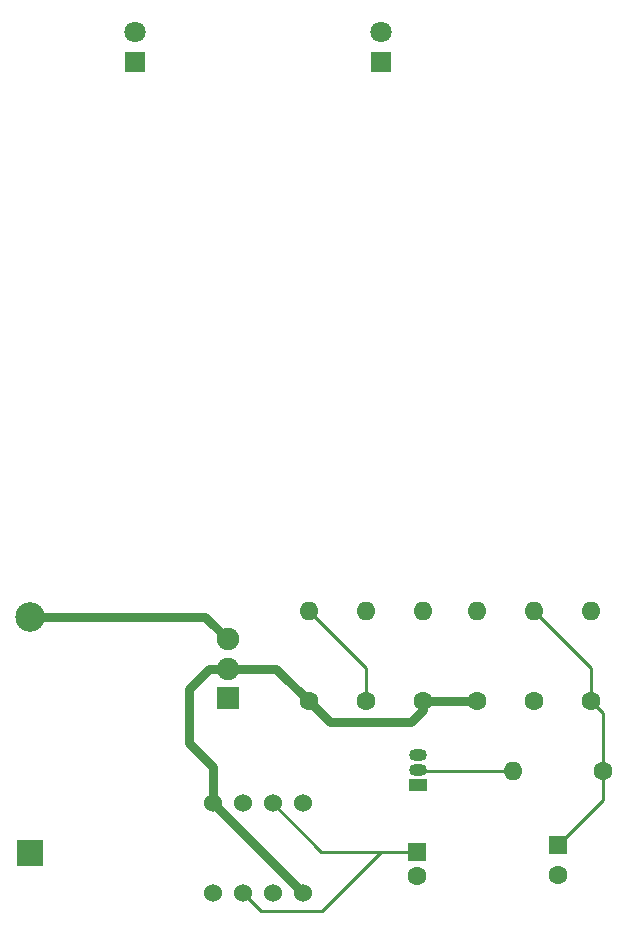
<source format=gbr>
%TF.GenerationSoftware,KiCad,Pcbnew,(6.0.7)*%
%TF.CreationDate,2022-09-19T10:22:26-04:00*%
%TF.ProjectId,proj_2,70726f6a-5f32-42e6-9b69-6361645f7063,rev?*%
%TF.SameCoordinates,Original*%
%TF.FileFunction,Copper,L1,Top*%
%TF.FilePolarity,Positive*%
%FSLAX46Y46*%
G04 Gerber Fmt 4.6, Leading zero omitted, Abs format (unit mm)*
G04 Created by KiCad (PCBNEW (6.0.7)) date 2022-09-19 10:22:26*
%MOMM*%
%LPD*%
G01*
G04 APERTURE LIST*
%TA.AperFunction,ComponentPad*%
%ADD10C,1.600000*%
%TD*%
%TA.AperFunction,ComponentPad*%
%ADD11O,1.600000X1.600000*%
%TD*%
%TA.AperFunction,ComponentPad*%
%ADD12R,1.600000X1.600000*%
%TD*%
%TA.AperFunction,ComponentPad*%
%ADD13R,2.170000X2.170000*%
%TD*%
%TA.AperFunction,ComponentPad*%
%ADD14C,2.500000*%
%TD*%
%TA.AperFunction,ComponentPad*%
%ADD15R,1.500000X1.050000*%
%TD*%
%TA.AperFunction,ComponentPad*%
%ADD16O,1.500000X1.050000*%
%TD*%
%TA.AperFunction,ComponentPad*%
%ADD17R,1.800000X1.800000*%
%TD*%
%TA.AperFunction,ComponentPad*%
%ADD18C,1.800000*%
%TD*%
%TA.AperFunction,ComponentPad*%
%ADD19C,1.524000*%
%TD*%
%TA.AperFunction,ComponentPad*%
%ADD20R,1.900000X1.900000*%
%TD*%
%TA.AperFunction,ComponentPad*%
%ADD21C,1.900000*%
%TD*%
%TA.AperFunction,Conductor*%
%ADD22C,0.762000*%
%TD*%
%TA.AperFunction,Conductor*%
%ADD23C,0.250000*%
%TD*%
G04 APERTURE END LIST*
D10*
%TO.P,R5,1*%
%TO.N,Net-(C2-Pad1)*%
X171450000Y-94272000D03*
D11*
%TO.P,R5,2*%
%TO.N,Net-(Q1-Pad2)*%
X163830000Y-94272000D03*
%TD*%
D10*
%TO.P,R6,1*%
%TO.N,VCC*%
X156210000Y-88392000D03*
D11*
%TO.P,R6,2*%
%TO.N,Net-(D1-Pad2)*%
X156210000Y-80772000D03*
%TD*%
D12*
%TO.P,C1,1*%
%TO.N,Net-(C1-Pad1)*%
X155702000Y-101152888D03*
D10*
%TO.P,C1,2*%
%TO.N,GND*%
X155702000Y-103152888D03*
%TD*%
%TO.P,R7,1*%
%TO.N,VCC*%
X160782000Y-88392000D03*
D11*
%TO.P,R7,2*%
%TO.N,Net-(D2-Pad2)*%
X160782000Y-80772000D03*
%TD*%
D13*
%TO.P,BAT1,Neg*%
%TO.N,GND*%
X122936000Y-101231700D03*
D14*
%TO.P,BAT1,Pos*%
%TO.N,Net-(BAT1-PadPos)*%
X122936000Y-81231700D03*
%TD*%
D10*
%TO.P,R1,1*%
%TO.N,VCC*%
X146558000Y-88392000D03*
D11*
%TO.P,R1,2*%
%TO.N,Net-(R1-Pad2)*%
X146558000Y-80772000D03*
%TD*%
D15*
%TO.P,Q1,1,E*%
%TO.N,GND*%
X155808000Y-95504000D03*
D16*
%TO.P,Q1,2,B*%
%TO.N,Net-(Q1-Pad2)*%
X155808000Y-94234000D03*
%TO.P,Q1,3,C*%
%TO.N,Net-(D1-Pad1)*%
X155808000Y-92964000D03*
%TD*%
D17*
%TO.P,D2,1,K*%
%TO.N,Net-(D1-Pad1)*%
X152654000Y-34295000D03*
D18*
%TO.P,D2,2,A*%
%TO.N,Net-(D2-Pad2)*%
X152654000Y-31755000D03*
%TD*%
D10*
%TO.P,R4,1*%
%TO.N,Net-(C2-Pad1)*%
X170434000Y-88392000D03*
D11*
%TO.P,R4,2*%
%TO.N,GND*%
X170434000Y-80772000D03*
%TD*%
D17*
%TO.P,D1,1,K*%
%TO.N,Net-(D1-Pad1)*%
X131826000Y-34295000D03*
D18*
%TO.P,D1,2,A*%
%TO.N,Net-(D1-Pad2)*%
X131826000Y-31755000D03*
%TD*%
D19*
%TO.P,U1,1,GND*%
%TO.N,GND*%
X138430000Y-104648000D03*
%TO.P,U1,2,~{TRIG}*%
%TO.N,Net-(C1-Pad1)*%
X140970000Y-104648000D03*
%TO.P,U1,3,OUT*%
%TO.N,Net-(R3-Pad1)*%
X143510000Y-104648000D03*
%TO.P,U1,4,~{RST}*%
%TO.N,VCC*%
X146050000Y-104648000D03*
%TO.P,U1,5,CV*%
%TO.N,unconnected-(U1-Pad5)*%
X146050000Y-97028000D03*
%TO.P,U1,6,THRESH*%
%TO.N,Net-(C1-Pad1)*%
X143510000Y-97028000D03*
%TO.P,U1,7,DIS*%
%TO.N,Net-(R1-Pad2)*%
X140970000Y-97028000D03*
%TO.P,U1,8,VDD*%
%TO.N,VCC*%
X138430000Y-97028000D03*
%TD*%
D20*
%TO.P,S1,1*%
%TO.N,unconnected-(S1-Pad1)*%
X139700000Y-88138000D03*
D21*
%TO.P,S1,2*%
%TO.N,VCC*%
X139700000Y-85638000D03*
%TO.P,S1,3*%
%TO.N,Net-(BAT1-PadPos)*%
X139700000Y-83138000D03*
%TD*%
D12*
%TO.P,C2,1*%
%TO.N,Net-(C2-Pad1)*%
X167640000Y-100584000D03*
D10*
%TO.P,C2,2*%
%TO.N,GND*%
X167640000Y-103084000D03*
%TD*%
%TO.P,R2,1*%
%TO.N,Net-(R1-Pad2)*%
X151384000Y-88392000D03*
D11*
%TO.P,R2,2*%
%TO.N,Net-(C1-Pad1)*%
X151384000Y-80772000D03*
%TD*%
D10*
%TO.P,R3,1*%
%TO.N,Net-(R3-Pad1)*%
X165608000Y-88392000D03*
D11*
%TO.P,R3,2*%
%TO.N,Net-(C2-Pad1)*%
X165608000Y-80772000D03*
%TD*%
D22*
%TO.N,Net-(BAT1-PadPos)*%
X122936000Y-81231700D02*
X137793700Y-81231700D01*
X137793700Y-81231700D02*
X139700000Y-83138000D01*
D23*
%TO.N,Net-(C1-Pad1)*%
X143510000Y-97028000D02*
X147634888Y-101152888D01*
X142494000Y-106172000D02*
X147695776Y-106172000D01*
X147695776Y-106172000D02*
X152714888Y-101152888D01*
X140970000Y-104648000D02*
X142494000Y-106172000D01*
X147634888Y-101152888D02*
X152714888Y-101152888D01*
X152714888Y-101152888D02*
X155702000Y-101152888D01*
%TO.N,Net-(C2-Pad1)*%
X171450000Y-89408000D02*
X170434000Y-88392000D01*
X170434000Y-85598000D02*
X170434000Y-88392000D01*
X165608000Y-80772000D02*
X170434000Y-85598000D01*
X171450000Y-94272000D02*
X171450000Y-89408000D01*
X167640000Y-100584000D02*
X171450000Y-96774000D01*
X171450000Y-96774000D02*
X171450000Y-94272000D01*
%TO.N,Net-(Q1-Pad2)*%
X155846000Y-94272000D02*
X155808000Y-94234000D01*
X163830000Y-94272000D02*
X155846000Y-94272000D01*
D22*
%TO.N,VCC*%
X155194000Y-90170000D02*
X156210000Y-89154000D01*
X143804000Y-85638000D02*
X146558000Y-88392000D01*
X138136000Y-85638000D02*
X139700000Y-85638000D01*
X146558000Y-88392000D02*
X148336000Y-90170000D01*
X148336000Y-90170000D02*
X155194000Y-90170000D01*
X136398000Y-87376000D02*
X138136000Y-85638000D01*
X138430000Y-97028000D02*
X146050000Y-104648000D01*
X138430000Y-97028000D02*
X138430000Y-93980000D01*
X138430000Y-93980000D02*
X136398000Y-91948000D01*
X136398000Y-91948000D02*
X136398000Y-87376000D01*
X160782000Y-88392000D02*
X156210000Y-88392000D01*
X139700000Y-85638000D02*
X143804000Y-85638000D01*
X156210000Y-89154000D02*
X156210000Y-88392000D01*
D23*
%TO.N,Net-(R1-Pad2)*%
X151384000Y-88392000D02*
X151384000Y-85598000D01*
X151384000Y-85598000D02*
X146558000Y-80772000D01*
%TD*%
M02*

</source>
